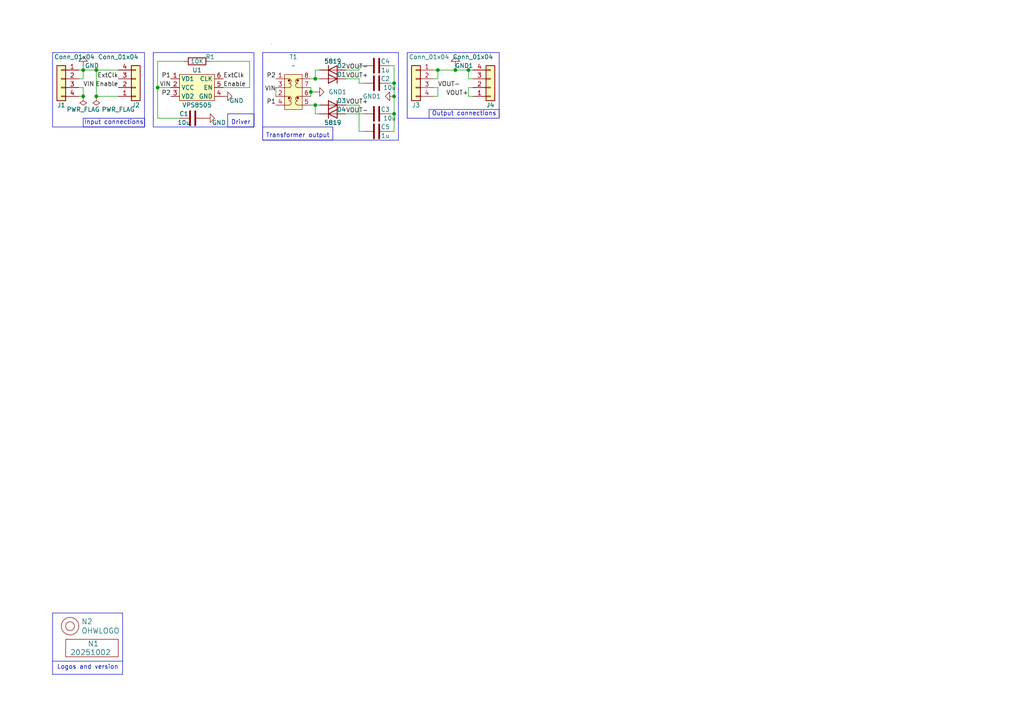
<source format=kicad_sch>
(kicad_sch (version 20250114) (generator "eeschema") (generator_version "9.0")
  (paper "A4")
  (lib_symbols
    (symbol "Connector_Generic:Conn_01x04" (pin_names (offset 1.016) (hide yes))
      (property "Reference" "J" (at 0 5.08 0))
      (property "Value" "Conn_01x04" (at 0 -7.62 0))
      (symbol "Conn_01x04_1_1"
        (rectangle (start -1.27 3.81) (end 1.27 -6.35) (stroke (width 0.254)) (fill (type background)))
        (rectangle (start -1.27 2.667) (end 0 2.413) (stroke (width 0.1524)))
        (rectangle (start -1.27 0.127) (end 0 -0.127) (stroke (width 0.1524)))
        (rectangle (start -1.27 -2.413) (end 0 -2.667) (stroke (width 0.1524)))
        (rectangle (start -1.27 -4.953) (end 0 -5.207) (stroke (width 0.1524)))
        (pin passive line (at -5.08 2.54 0) (length 3.81) (name "Pin_1") (number "1"))
        (pin passive line (at -5.08 0 0) (length 3.81) (name "Pin_2") (number "2"))
        (pin passive line (at -5.08 -2.54 0) (length 3.81) (name "Pin_3") (number "3"))
        (pin passive line (at -5.08 -5.08 0) (length 3.81) (name "Pin_4") (number "4"))
      )
    )
    (symbol "Device:C" (pin_numbers (hide yes)) (pin_names (offset 0.254))
      (property "Reference" "C" (at 0.635 2.54 0))
      (property "Value" "C" (at 0.635 -2.54 0))
      (symbol "C_0_1"
        (polyline (pts (xy -2.032 0.762) (xy 2.032 0.762)) (stroke (width 0.508)))
        (polyline (pts (xy -2.032 -0.762) (xy 2.032 -0.762)) (stroke (width 0.508)))
      )
      (symbol "C_1_1"
        (pin passive line (at 0 3.81 270) (length 2.794) (name "~") (number "1"))
        (pin passive line (at 0 -3.81 90) (length 2.794) (name "~") (number "2"))
      )
    )
    (symbol "Device:D" (pin_numbers (hide yes)) (pin_names (offset 1.016) (hide yes))
      (property "Reference" "D" (at 0 2.54 0))
      (property "Value" "D" (at 0 -2.54 0))
      (symbol "D_0_1"
        (polyline (pts (xy -1.27 1.27) (xy -1.27 -1.27)) (stroke (width 0.254)))
        (polyline (pts (xy 1.27 1.27) (xy 1.27 -1.27) (xy -1.27 0) (xy 1.27 1.27)) (stroke (width 0.254)))
        (polyline (pts (xy 1.27 0) (xy -1.27 0)))
      )
      (symbol "D_1_1"
        (pin passive line (at -3.81 0 0) (length 2.54) (name "K") (number "1"))
        (pin passive line (at 3.81 0 180) (length 2.54) (name "A") (number "2"))
      )
    )
    (symbol "Device:R" (pin_numbers (hide yes)) (pin_names (offset 0))
      (property "Reference" "R" (at 2.032 0 90))
      (property "Value" "R" (at 0 0 90))
      (symbol "R_0_1"
        (rectangle (start -1.016 -2.54) (end 1.016 2.54) (stroke (width 0.254)))
      )
      (symbol "R_1_1"
        (pin passive line (at 0 3.81 270) (length 1.27) (name "~") (number "1"))
        (pin passive line (at 0 -3.81 90) (length 1.27) (name "~") (number "2"))
      )
    )
    (symbol "SquantorLabels:OHWLOGO" (pin_names (offset 1.016))
      (property "Reference" "N" (at 0 3.81 0))
      (property "Value" "OHWLOGO" (at 0 -3.81 0))
      (symbol "OHWLOGO_0_1"
        (circle (center 0 0) (radius 1.27))
        (circle (center 0 0) (radius 2.54))
      )
    )
    (symbol "SquantorLabels:VYYYYMMDD" (pin_names (offset 1.016))
      (property "Reference" "N" (at 0 2.54 0))
      (property "Value" "VYYYYMMDD" (at 0 0 0))
      (symbol "VYYYYMMDD_0_1"
        (rectangle (start 7.62 -1.27) (end -7.62 3.81))
      )
    )
    (symbol "SquantorTransformer:PushPull_8pin" (pin_names (hide yes))
      (property "Reference" "T" (at 0 5.08 0))
      (symbol "PushPull_8pin_0_1"
        (polyline (pts (xy -2.54 -5.08) (xy -1.27 -5.08)))
        (polyline (pts (xy 2.54 -5.08) (xy 1.27 -5.08)))
      )
      (symbol "PushPull_8pin_1_1"
        (rectangle (start -2.54 3.81) (end 2.54 -6.35) (fill (type background)))
        (polyline (pts (xy -2.54 2.54) (xy -1.27 2.54)))
        (polyline (pts (xy -2.54 0) (xy -1.27 0)))
        (polyline (pts (xy -2.54 -2.54) (xy -1.27 -2.54)))
        (circle (center -1.27 2.032) (radius 0.254) (fill (type outline)))
        (arc (start -1.27 2.54) (mid -0.635 1.905) (end -1.27 1.27))
        (arc (start -1.27 1.27) (mid -0.635 0.635) (end -1.27 0))
        (circle (center -1.27 -3.048) (radius 0.254) (fill (type outline)))
        (arc (start -1.27 -2.54) (mid -0.635 -3.175) (end -1.27 -3.81))
        (arc (start -1.27 -3.81) (mid -0.635 -4.445) (end -1.27 -5.08))
        (circle (center 1.27 2.032) (radius 0.254) (fill (type outline)))
        (arc (start 1.27 1.27) (mid 0.635 1.905) (end 1.27 2.54))
        (arc (start 1.27 0) (mid 0.635 0.635) (end 1.27 1.27))
        (circle (center 1.27 -3.048) (radius 0.254) (fill (type outline)))
        (arc (start 1.27 -3.81) (mid 0.635 -3.175) (end 1.27 -2.54))
        (arc (start 1.27 -5.08) (mid 0.635 -4.445) (end 1.27 -3.81))
        (polyline (pts (xy 2.54 2.54) (xy 1.27 2.54)))
        (polyline (pts (xy 2.54 0) (xy 1.27 0)))
        (polyline (pts (xy 2.54 -2.54) (xy 1.27 -2.54)))
        (pin passive line (at -5.08 2.54 0) (length 2.54) (name "N1_1") (number "1"))
        (pin passive line (at -5.08 0 0) (length 2.54) (name "N1_2") (number "3"))
        (pin passive line (at -5.08 -2.54 0) (length 2.54) (name "N2_1") (number "2"))
        (pin passive line (at -5.08 -5.08 0) (length 2.54) (name "N2_2") (number "4"))
        (pin passive line (at 5.08 2.54 180) (length 2.54) (name "N4_!") (number "8"))
        (pin passive line (at 5.08 0 180) (length 2.54) (name "N4_2") (number "7"))
        (pin passive line (at 5.08 -2.54 180) (length 2.54) (name "N3_1") (number "6"))
        (pin passive line (at 5.08 -5.08 180) (length 2.54) (name "N3_2") (number "5"))
      )
    )
    (symbol "SquantorVPSC:VPS8505"
      (property "Reference" "U" (at 0 5.08 0))
      (symbol "VPS8505_1_1"
        (rectangle (start -5.08 3.81) (end 5.08 -3.81) (fill (type background)))
        (pin input line (at -7.62 2.54 0) (length 2.54) (name "VD1") (number "1"))
        (pin power_in line (at -7.62 0 0) (length 2.54) (name "VCC") (number "2"))
        (pin input line (at -7.62 -2.54 0) (length 2.54) (name "VD2") (number "3"))
        (pin input line (at 7.62 2.54 180) (length 2.54) (name "CLK") (number "6"))
        (pin input line (at 7.62 0 180) (length 2.54) (name "EN") (number "5"))
        (pin power_in line (at 7.62 -2.54 180) (length 2.54) (name "GND") (number "4"))
      )
    )
    (symbol "power:GND" (power) (pin_numbers (hide yes)) (pin_names (offset 0) (hide yes))
      (property "Value" "GND" (at 0 -3.81 0))
      (symbol "GND_0_1"
        (polyline (pts (xy 0 0) (xy 0 -1.27) (xy 1.27 -1.27) (xy 0 -2.54) (xy -1.27 -1.27) (xy 0 -1.27)))
      )
      (symbol "GND_1_1"
        (pin power_in line (at 0 0 270) (length 0) (name "~") (number "1"))
      )
    )
    (symbol "power:GND1" (power) (pin_numbers (hide yes)) (pin_names (offset 0) (hide yes))
      (property "Value" "GND1" (at 0 -3.81 0))
      (symbol "GND1_0_1"
        (polyline (pts (xy 0 0) (xy 0 -1.27) (xy 1.27 -1.27) (xy 0 -2.54) (xy -1.27 -1.27) (xy 0 -1.27)))
      )
      (symbol "GND1_1_1"
        (pin power_in line (at 0 0 270) (length 0) (name "~") (number "1"))
      )
    )
    (symbol "power:PWR_FLAG" (power) (pin_numbers (hide yes)) (pin_names (offset 0) (hide yes))
      (property "Value" "PWR_FLAG" (at 0 3.81 0))
      (symbol "PWR_FLAG_0_0"
        (pin power_out line (at 0 0 90) (length 0) (name "~") (number "1"))
      )
      (symbol "PWR_FLAG_0_1"
        (polyline (pts (xy 0 0) (xy 0 1.27) (xy -1.016 1.905) (xy 0 2.54) (xy 1.016 1.905) (xy 0 1.27)))
      )
    )
  )
  (rectangle (start 44.45 15.24) (end 73.66 36.83))
  (rectangle (start 24.13 34.29) (end 41.91 36.83))
  (rectangle (start 76.2 36.83) (end 96.52 40.64))
  (rectangle (start 66.04 33.02) (end 73.66 36.83))
  (rectangle (start 76.2 15.24) (end 115.57 40.64))
  (rectangle (start 124.46 31.75) (end 144.78 34.29))
  (rectangle (start 15.24 15.24) (end 41.91 36.83))
  (rectangle (start 78.74 12.7) (end 78.74 12.7))
  (rectangle (start 118.11 15.24) (end 144.78 34.29))
  (text "Output connections" (at 134.62 33.02 0) (effects (font (size 1.27 1.27))))
  (text "Driver" (at 69.85 35.56 0) (effects (font (size 1.27 1.27))))
  (text "Logos and version" (at 16.51 194.31 0) (effects (font (size 1.27 1.27)) (justify left bottom)))
  (text "Transformer output" (at 86.36 39.37 0) (effects (font (size 1.27 1.27))))
  (text "Input connections" (at 33.02 35.56 0) (effects (font (size 1.27 1.27))))
  (junction (at 27.94 20.32))
  (junction (at 90.17 26.67))
  (junction (at 27.94 27.94))
  (junction (at 24.13 27.94))
  (junction (at 114.3 24.13))
  (junction (at 135.89 20.32))
  (junction (at 114.3 33.02))
  (junction (at 127 20.32))
  (junction (at 91.44 22.86))
  (junction (at 132.08 20.32))
  (junction (at 91.44 30.48))
  (junction (at 114.3 27.94))
  (junction (at 24.13 20.32))
  (junction (at 45.72 25.4))
  (wire (pts (xy 104.14 24.13) (xy 105.41 24.13)))
  (wire (pts (xy 90.17 26.67) (xy 90.17 27.94)))
  (wire (pts (xy 45.72 25.4) (xy 45.72 17.78)))
  (wire (pts (xy 104.14 19.05) (xy 104.14 20.32)))
  (wire (pts (xy 52.07 34.29) (xy 45.72 34.29)))
  (wire (pts (xy 137.16 25.4) (xy 135.89 25.4)))
  (wire (pts (xy 113.03 38.1) (xy 114.3 38.1)))
  (wire (pts (xy 100.33 22.86) (xy 104.14 22.86)))
  (polyline (pts (xy 15.24 177.8) (xy 15.24 195.58)))
  (polyline (pts (xy 35.56 177.8) (xy 15.24 177.8)))
  (wire (pts (xy 135.89 27.94) (xy 137.16 27.94)))
  (wire (pts (xy 80.01 25.4) (xy 80.01 27.94)))
  (wire (pts (xy 127 25.4) (xy 127 27.94)))
  (wire (pts (xy 135.89 22.86) (xy 135.89 20.32)))
  (wire (pts (xy 90.17 25.4) (xy 90.17 26.67)))
  (wire (pts (xy 72.39 25.4) (xy 72.39 17.78)))
  (wire (pts (xy 90.17 22.86) (xy 91.44 22.86)))
  (wire (pts (xy 49.53 25.4) (xy 45.72 25.4)))
  (wire (pts (xy 114.3 24.13) (xy 114.3 27.94)))
  (wire (pts (xy 27.94 27.94) (xy 34.29 27.94)))
  (wire (pts (xy 105.41 19.05) (xy 104.14 19.05)))
  (wire (pts (xy 45.72 17.78) (xy 53.34 17.78)))
  (wire (pts (xy 104.14 38.1) (xy 105.41 38.1)))
  (wire (pts (xy 24.13 20.32) (xy 24.13 22.86)))
  (wire (pts (xy 113.03 19.05) (xy 114.3 19.05)))
  (wire (pts (xy 91.44 22.86) (xy 91.44 20.32)))
  (wire (pts (xy 91.44 22.86) (xy 92.71 22.86)))
  (wire (pts (xy 72.39 17.78) (xy 60.96 17.78)))
  (wire (pts (xy 100.33 33.02) (xy 105.41 33.02)))
  (wire (pts (xy 125.73 20.32) (xy 127 20.32)))
  (wire (pts (xy 91.44 30.48) (xy 92.71 30.48)))
  (wire (pts (xy 27.94 20.32) (xy 27.94 27.94)))
  (wire (pts (xy 64.77 25.4) (xy 72.39 25.4)))
  (wire (pts (xy 22.86 20.32) (xy 24.13 20.32)))
  (wire (pts (xy 132.08 20.32) (xy 135.89 20.32)))
  (wire (pts (xy 113.03 24.13) (xy 114.3 24.13)))
  (wire (pts (xy 92.71 33.02) (xy 91.44 33.02)))
  (wire (pts (xy 137.16 22.86) (xy 135.89 22.86)))
  (wire (pts (xy 135.89 20.32) (xy 137.16 20.32)))
  (wire (pts (xy 114.3 27.94) (xy 114.3 33.02)))
  (wire (pts (xy 22.86 22.86) (xy 24.13 22.86)))
  (wire (pts (xy 113.03 33.02) (xy 114.3 33.02)))
  (wire (pts (xy 24.13 27.94) (xy 24.13 25.4)))
  (wire (pts (xy 24.13 19.05) (xy 24.13 20.32)))
  (wire (pts (xy 91.44 30.48) (xy 91.44 33.02)))
  (wire (pts (xy 24.13 20.32) (xy 27.94 20.32)))
  (wire (pts (xy 22.86 27.94) (xy 24.13 27.94)))
  (polyline (pts (xy 35.56 195.58) (xy 35.56 177.8)))
  (wire (pts (xy 45.72 34.29) (xy 45.72 25.4)))
  (polyline (pts (xy 15.24 195.58) (xy 35.56 195.58)))
  (wire (pts (xy 100.33 20.32) (xy 104.14 20.32)))
  (wire (pts (xy 114.3 19.05) (xy 114.3 24.13)))
  (wire (pts (xy 135.89 25.4) (xy 135.89 27.94)))
  (wire (pts (xy 90.17 26.67) (xy 91.44 26.67)))
  (wire (pts (xy 132.08 20.32) (xy 132.08 19.05)))
  (wire (pts (xy 125.73 27.94) (xy 127 27.94)))
  (wire (pts (xy 100.33 30.48) (xy 104.14 30.48)))
  (wire (pts (xy 104.14 30.48) (xy 104.14 38.1)))
  (wire (pts (xy 104.14 22.86) (xy 104.14 24.13)))
  (wire (pts (xy 125.73 25.4) (xy 127 25.4)))
  (wire (pts (xy 22.86 25.4) (xy 24.13 25.4)))
  (wire (pts (xy 127 20.32) (xy 132.08 20.32)))
  (wire (pts (xy 114.3 38.1) (xy 114.3 33.02)))
  (wire (pts (xy 90.17 30.48) (xy 91.44 30.48)))
  (polyline (pts (xy 15.24 191.77) (xy 35.56 191.77)))
  (wire (pts (xy 125.73 22.86) (xy 127 22.86)))
  (wire (pts (xy 91.44 20.32) (xy 92.71 20.32)))
  (wire (pts (xy 34.29 20.32) (xy 27.94 20.32)))
  (wire (pts (xy 127 22.86) (xy 127 20.32)))
  (label "ExtClk" (at 34.29 22.86 180))
  (label "VIN" (at 24.13 25.4 0))
  (label "P2" (at 80.01 22.86 180))
  (label "VIN" (at 49.53 25.4 180))
  (label "ExtClk" (at 64.77 22.86 0))
  (label "P1" (at 49.53 22.86 180))
  (label "P1" (at 80.01 30.48 180))
  (label "VOUT+" (at 135.89 27.94 180))
  (label "VIN" (at 80.01 26.67 180))
  (label "Enable" (at 64.77 25.4 0))
  (label "P2" (at 49.53 27.94 180))
  (label "VOUT-" (at 100.33 33.02 0))
  (label "VOUT+" (at 100.33 30.48 0))
  (label "VOUT+" (at 100.33 22.86 0))
  (label "VOUT-" (at 127 25.4 0))
  (label "Enable" (at 34.29 25.4 180))
  (label "VOUT-" (at 100.33 20.32 0))
  (symbol (lib_id "SquantorLabels:VYYYYMMDD") (at 26.67 189.23 0) (unit 1)
    (property "Reference" "N1" (at 25.4 186.69 0) (effects (font (size 1.524 1.524)) (justify left)))
    (property "Value" "20251002" (at 20.32 189.23 0) (effects (font (size 1.524 1.524)) (justify left)))
    (property "Footprint" "SquantorLabels:Label_Generic" (effects (hide yes)))
  )
  (symbol (lib_id "SquantorLabels:OHWLOGO") (at 20.32 181.61 0) (unit 1)
    (property "Reference" "N2" (at 23.5712 180.2638 0) (effects (font (size 1.524 1.524)) (justify left)))
    (property "Value" "OHWLOGO" (at 23.5712 182.9562 0) (effects (font (size 1.524 1.524)) (justify left)))
    (property "Footprint" "Symbol:OSHW-Symbol_6.7x6mm_SilkScreen" (effects (hide yes)))
  )
  (symbol (lib_id "power:GND") (at 64.77 27.94 90) (unit 1)
    (property "Reference" "#PWR03" (effects (hide yes)))
    (property "Value" "GND" (at 68.58 29.21 90))
    (property "Description" "Power symbol creates a global label with name \"GND\" , ground" (effects (hide yes)))
  )
  (symbol (lib_id "SquantorTransformer:PushPull_8pin") (at 85.09 25.4 0) (unit 1)
    (property "Reference" "T1" (at 85.09 16.51 0))
    (property "Value" "~" (at 85.09 19.05 0))
    (property "Footprint" "SquantorVPSC:T_2W_8pin_hand" (effects (hide yes)))
  )
  (symbol (lib_id "power:GND") (at 24.13 19.05 180) (unit 1)
    (property "Reference" "#PWR01" (effects (hide yes)))
    (property "Value" "GND" (at 26.67 19.05 0))
    (property "Description" "Power symbol creates a global label with name \"GND\" , ground" (effects (hide yes)))
  )
  (symbol (lib_id "Device:D") (at 96.52 22.86 180) (unit 1)
    (property "Reference" "D1" (at 99.06 21.59 0))
    (property "Value" "5819" (at 96.52 17.78 0))
    (property "Footprint" "SquantorDiodes:SOD-323HE-shikues" (effects (hide yes)))
    (property "Description" "Diode" (effects (hide yes)))
    (property "Sim.Device" "D" (effects (hide yes)))
    (property "Sim.Pins" "1=K 2=A" (effects (hide yes)))
  )
  (symbol (lib_id "Device:R") (at 57.15 17.78 90) (unit 1)
    (property "Reference" "R1" (at 60.96 16.51 90))
    (property "Value" "10K" (at 57.15 17.78 90))
    (property "Footprint" "SquantorResistor:R_0603_hand" (effects (hide yes)))
    (property "Description" "Resistor" (effects (hide yes)))
  )
  (symbol (lib_id "Connector_Generic:Conn_01x04") (at 142.24 25.4 0) (mirror x) (unit 1)
    (property "Reference" "J4" (at 142.24 30.48 0))
    (property "Value" "Conn_01x04" (at 137.16 16.51 0))
    (property "Footprint" "SquantorConnectors:Header-0254-1X04-H010" (effects (hide yes)))
    (property "Description" "Generic connector, single row, 01x04, script generated (kicad-library-utils/schlib/autogen/connector/)" (effects (hide yes)))
  )
  (symbol (lib_id "Connector_Generic:Conn_01x04") (at 120.65 22.86 0) (mirror y) (unit 1)
    (property "Reference" "J3" (at 120.65 30.48 0))
    (property "Value" "Conn_01x04" (at 124.46 16.51 0))
    (property "Footprint" "SquantorConnectors:Header-0254-1X04-H010" (effects (hide yes)))
    (property "Description" "Generic connector, single row, 01x04, script generated (kicad-library-utils/schlib/autogen/connector/)" (effects (hide yes)))
  )
  (symbol (lib_id "power:GND1") (at 91.44 26.67 90) (unit 1)
    (property "Reference" "#PWR04" (effects (hide yes)))
    (property "Value" "GND1" (at 95.25 26.6699 90) (effects (justify right)))
    (property "Description" "Power symbol creates a global label with name \"GND1\" , ground" (effects (hide yes)))
  )
  (symbol (lib_id "power:GND1") (at 132.08 19.05 0) (mirror x) (unit 1)
    (property "Reference" "#PWR06" (effects (hide yes)))
    (property "Value" "GND1" (at 134.62 19.05 0))
    (property "Description" "Power symbol creates a global label with name \"GND1\" , ground" (effects (hide yes)))
  )
  (symbol (lib_id "Device:D") (at 96.52 20.32 0) (unit 1)
    (property "Reference" "D2" (at 99.06 19.05 0))
    (property "Value" "5819" (at 96.52 17.78 0))
    (property "Footprint" "SquantorDiodes:SOD-323HE-shikues" (effects (hide yes)))
    (property "Description" "Diode" (effects (hide yes)))
    (property "Sim.Device" "D" (effects (hide yes)))
    (property "Sim.Pins" "1=K 2=A" (effects (hide yes)))
  )
  (symbol (lib_id "Device:D") (at 96.52 33.02 0) (unit 1)
    (property "Reference" "D4" (at 99.06 31.75 0))
    (property "Value" "5819" (at 96.52 35.56 0))
    (property "Footprint" "SquantorDiodes:SOD-323HE-shikues" (effects (hide yes)))
    (property "Description" "Diode" (effects (hide yes)))
    (property "Sim.Device" "D" (effects (hide yes)))
    (property "Sim.Pins" "1=K 2=A" (effects (hide yes)))
  )
  (symbol (lib_id "power:GND1") (at 114.3 27.94 270) (unit 1)
    (property "Reference" "#PWR05" (effects (hide yes)))
    (property "Value" "GND1" (at 110.49 27.9399 90) (effects (justify right)))
    (property "Description" "Power symbol creates a global label with name \"GND1\" , ground" (effects (hide yes)))
  )
  (symbol (lib_id "Device:C") (at 109.22 38.1 90) (unit 1)
    (property "Reference" "C5" (at 111.76 36.83 90))
    (property "Value" "1u" (at 111.76 39.37 90))
    (property "Footprint" "SquantorCapacitor:C_0603" (effects (hide yes)))
    (property "Description" "Unpolarized capacitor" (effects (hide yes)))
  )
  (symbol (lib_id "Device:C") (at 109.22 24.13 90) (unit 1)
    (property "Reference" "C2" (at 111.76 22.86 90))
    (property "Value" "10u" (at 113.03 25.4 90))
    (property "Footprint" "SquantorCapacitor:C_1206_0805" (effects (hide yes)))
    (property "Description" "Unpolarized capacitor" (effects (hide yes)))
  )
  (symbol (lib_id "Device:D") (at 96.52 30.48 180) (unit 1)
    (property "Reference" "D3" (at 99.06 29.21 0))
    (property "Value" "5819" (at 96.52 35.56 0))
    (property "Footprint" "SquantorDiodes:SOD-323HE-shikues" (effects (hide yes)))
    (property "Description" "Diode" (effects (hide yes)))
    (property "Sim.Device" "D" (effects (hide yes)))
    (property "Sim.Pins" "1=K 2=A" (effects (hide yes)))
  )
  (symbol (lib_id "SquantorVPSC:VPS8505") (at 57.15 25.4 0) (unit 1)
    (property "Reference" "U1" (at 57.15 20.32 0))
    (property "Value" "VPS8505" (at 57.15 30.48 0))
    (property "Footprint" "SquantorIC:SOT23-6-HAND" (effects (hide yes)))
  )
  (symbol (lib_id "power:PWR_FLAG") (at 27.94 27.94 180) (unit 1)
    (property "Reference" "#FLG01" (effects (hide yes)))
    (property "Value" "PWR_FLAG" (at 34.29 31.75 0))
    (property "Description" "Special symbol for telling ERC where power comes from" (effects (hide yes)))
  )
  (symbol (lib_id "Device:C") (at 109.22 33.02 90) (unit 1)
    (property "Reference" "C3" (at 111.76 31.75 90))
    (property "Value" "10u" (at 113.03 34.29 90))
    (property "Footprint" "SquantorCapacitor:C_1206_0805" (effects (hide yes)))
    (property "Description" "Unpolarized capacitor" (effects (hide yes)))
  )
  (symbol (lib_id "power:PWR_FLAG") (at 24.13 27.94 0) (mirror x) (unit 1)
    (property "Reference" "#FLG02" (effects (hide yes)))
    (property "Value" "PWR_FLAG" (at 24.13 31.75 0))
    (property "Description" "Special symbol for telling ERC where power comes from" (effects (hide yes)))
  )
  (symbol (lib_id "power:GND") (at 59.69 34.29 90) (unit 1)
    (property "Reference" "#PWR02" (effects (hide yes)))
    (property "Value" "GND" (at 63.5 35.56 90))
    (property "Description" "Power symbol creates a global label with name \"GND\" , ground" (effects (hide yes)))
  )
  (symbol (lib_id "Device:C") (at 109.22 19.05 90) (unit 1)
    (property "Reference" "C4" (at 111.76 17.78 90))
    (property "Value" "1u" (at 111.76 20.32 90))
    (property "Footprint" "SquantorCapacitor:C_0603" (effects (hide yes)))
    (property "Description" "Unpolarized capacitor" (effects (hide yes)))
  )
  (symbol (lib_id "Connector_Generic:Conn_01x04") (at 39.37 25.4 0) (mirror x) (unit 1)
    (property "Reference" "J2" (at 39.37 30.48 0))
    (property "Value" "Conn_01x04" (at 34.29 16.51 0))
    (property "Footprint" "SquantorConnectors:Header-0254-1X04-H010" (effects (hide yes)))
    (property "Description" "Generic connector, single row, 01x04, script generated (kicad-library-utils/schlib/autogen/connector/)" (effects (hide yes)))
  )
  (symbol (lib_id "Connector_Generic:Conn_01x04") (at 17.78 22.86 0) (mirror y) (unit 1)
    (property "Reference" "J1" (at 17.78 30.48 0))
    (property "Value" "Conn_01x04" (at 21.59 16.51 0))
    (property "Footprint" "SquantorConnectors:Header-0254-1X04-H010" (effects (hide yes)))
    (property "Description" "Generic connector, single row, 01x04, script generated (kicad-library-utils/schlib/autogen/connector/)" (effects (hide yes)))
  )
  (symbol (lib_id "Device:C") (at 55.88 34.29 270) (unit 1)
    (property "Reference" "C1" (at 53.34 33.02 90))
    (property "Value" "10u" (at 53.34 35.56 90))
    (property "Footprint" "SquantorCapacitor:C_1206_0805" (effects (hide yes)))
    (property "Description" "Unpolarized capacitor" (effects (hide yes)))
  )
)
</source>
